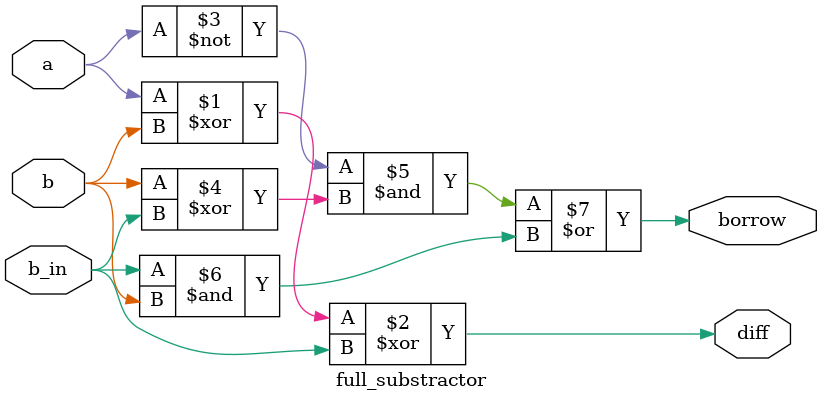
<source format=v>
module full_substractor(
    input a,b,b_in,
    output diff,borrow
    );
    
    assign diff=a^b^b_in;
    assign borrow=(~a&(b^b_in))|(b_in&b);
    
endmodule
</source>
